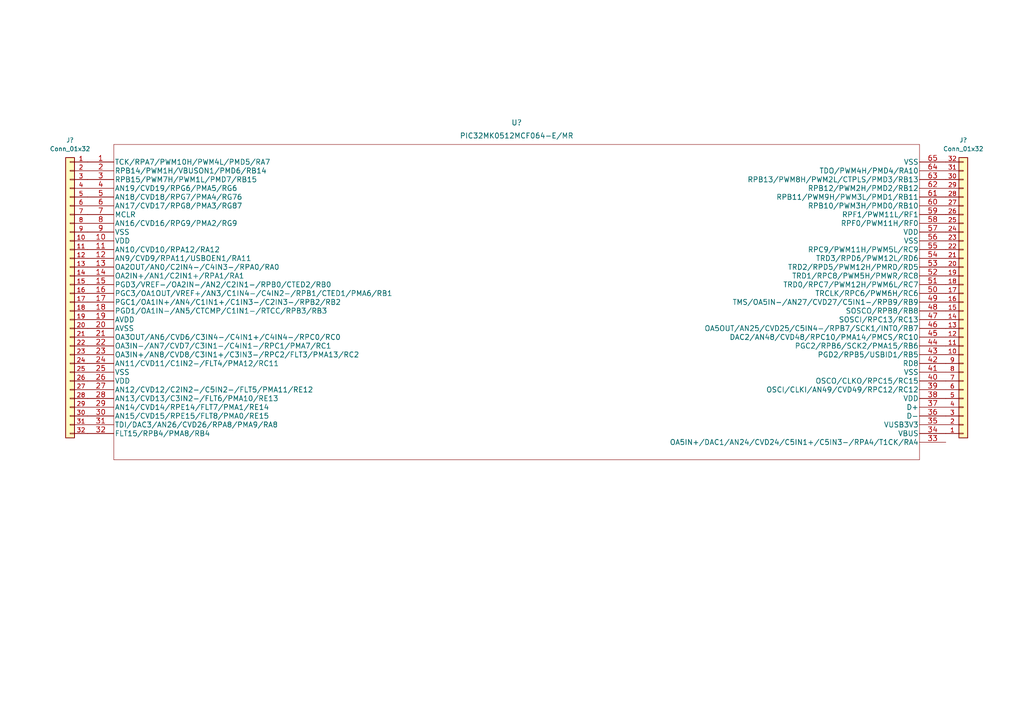
<source format=kicad_sch>
(kicad_sch (version 20211123) (generator eeschema)

  (uuid 869f2eba-20e0-41d8-8871-b55c3587d2f4)

  (paper "A4")

  (lib_symbols
    (symbol "2022-05-21_01-18-57:PIC32MK0512MCF064-E{slash}MR" (pin_names (offset 0.254)) (in_bom yes) (on_board yes)
      (property "Reference" "U" (id 0) (at 124.46 10.16 0)
        (effects (font (size 1.524 1.524)))
      )
      (property "Value" "PIC32MK0512MCF064-E{slash}MR" (id 1) (at 124.46 7.62 0)
        (effects (font (size 1.524 1.524)))
      )
      (property "Footprint" "VQFN64_MR_MCH" (id 2) (at 124.46 6.096 0)
        (effects (font (size 1.524 1.524)) hide)
      )
      (property "Datasheet" "" (id 3) (at 0 0 0)
        (effects (font (size 1.524 1.524)))
      )
      (property "ki_locked" "" (id 4) (at 0 0 0)
        (effects (font (size 1.27 1.27)))
      )
      (property "ki_fp_filters" "VQFN64_MR_MCH VQFN64_MR_MCH-M VQFN64_MR_MCH-L" (id 5) (at 0 0 0)
        (effects (font (size 1.27 1.27)) hide)
      )
      (symbol "PIC32MK0512MCF064-E{slash}MR_1_1"
        (polyline
          (pts
            (xy 7.62 -86.36)
            (xy 241.3 -86.36)
          )
          (stroke (width 0.127) (type default) (color 0 0 0 0))
          (fill (type none))
        )
        (polyline
          (pts
            (xy 7.62 5.08)
            (xy 7.62 -86.36)
          )
          (stroke (width 0.127) (type default) (color 0 0 0 0))
          (fill (type none))
        )
        (polyline
          (pts
            (xy 241.3 -86.36)
            (xy 241.3 5.08)
          )
          (stroke (width 0.127) (type default) (color 0 0 0 0))
          (fill (type none))
        )
        (polyline
          (pts
            (xy 241.3 5.08)
            (xy 7.62 5.08)
          )
          (stroke (width 0.127) (type default) (color 0 0 0 0))
          (fill (type none))
        )
        (pin bidirectional line (at 0 0 0) (length 7.62)
          (name "TCK/RPA7/PWM10H/PWM4L/PMD5/RA7" (effects (font (size 1.4986 1.4986))))
          (number "1" (effects (font (size 1.4986 1.4986))))
        )
        (pin power_in line (at 0 -22.86 0) (length 7.62)
          (name "VDD" (effects (font (size 1.4986 1.4986))))
          (number "10" (effects (font (size 1.4986 1.4986))))
        )
        (pin bidirectional line (at 0 -25.4 0) (length 7.62)
          (name "AN10/CVD10/RPA12/RA12" (effects (font (size 1.4986 1.4986))))
          (number "11" (effects (font (size 1.4986 1.4986))))
        )
        (pin bidirectional line (at 0 -27.94 0) (length 7.62)
          (name "AN9/CVD9/RPA11/USBOEN1/RA11" (effects (font (size 1.4986 1.4986))))
          (number "12" (effects (font (size 1.4986 1.4986))))
        )
        (pin bidirectional line (at 0 -30.48 0) (length 7.62)
          (name "OA2OUT/AN0/C2IN4-/C4IN3-/RPA0/RA0" (effects (font (size 1.4986 1.4986))))
          (number "13" (effects (font (size 1.4986 1.4986))))
        )
        (pin bidirectional line (at 0 -33.02 0) (length 7.62)
          (name "OA2IN+/AN1/C2IN1+/RPA1/RA1" (effects (font (size 1.4986 1.4986))))
          (number "14" (effects (font (size 1.4986 1.4986))))
        )
        (pin bidirectional line (at 0 -35.56 0) (length 7.62)
          (name "PGD3/VREF-/OA2IN-/AN2/C2IN1-/RPB0/CTED2/RB0" (effects (font (size 1.4986 1.4986))))
          (number "15" (effects (font (size 1.4986 1.4986))))
        )
        (pin bidirectional line (at 0 -38.1 0) (length 7.62)
          (name "PGC3/OA1OUT/VREF+/AN3/C1IN4-/C4IN2-/RPB1/CTED1/PMA6/RB1" (effects (font (size 1.4986 1.4986))))
          (number "16" (effects (font (size 1.4986 1.4986))))
        )
        (pin bidirectional line (at 0 -40.64 0) (length 7.62)
          (name "PGC1/OA1IN+/AN4/C1IN1+/C1IN3-/C2IN3-/RPB2/RB2" (effects (font (size 1.4986 1.4986))))
          (number "17" (effects (font (size 1.4986 1.4986))))
        )
        (pin bidirectional line (at 0 -43.18 0) (length 7.62)
          (name "PGD1/OA1IN-/AN5/CTCMP/C1IN1-/RTCC/RPB3/RB3" (effects (font (size 1.4986 1.4986))))
          (number "18" (effects (font (size 1.4986 1.4986))))
        )
        (pin power_in line (at 0 -45.72 0) (length 7.62)
          (name "AVDD" (effects (font (size 1.4986 1.4986))))
          (number "19" (effects (font (size 1.4986 1.4986))))
        )
        (pin bidirectional line (at 0 -2.54 0) (length 7.62)
          (name "RPB14/PWM1H/VBUSON1/PMD6/RB14" (effects (font (size 1.4986 1.4986))))
          (number "2" (effects (font (size 1.4986 1.4986))))
        )
        (pin power_in line (at 0 -48.26 0) (length 7.62)
          (name "AVSS" (effects (font (size 1.4986 1.4986))))
          (number "20" (effects (font (size 1.4986 1.4986))))
        )
        (pin bidirectional line (at 0 -50.8 0) (length 7.62)
          (name "OA3OUT/AN6/CVD6/C3IN4-/C4IN1+/C4IN4-/RPC0/RC0" (effects (font (size 1.4986 1.4986))))
          (number "21" (effects (font (size 1.4986 1.4986))))
        )
        (pin bidirectional line (at 0 -53.34 0) (length 7.62)
          (name "OA3IN-/AN7/CVD7/C3IN1-/C4IN1-/RPC1/PMA7/RC1" (effects (font (size 1.4986 1.4986))))
          (number "22" (effects (font (size 1.4986 1.4986))))
        )
        (pin bidirectional line (at 0 -55.88 0) (length 7.62)
          (name "OA3IN+/AN8/CVD8/C3IN1+/C3IN3-/RPC2/FLT3/PMA13/RC2" (effects (font (size 1.4986 1.4986))))
          (number "23" (effects (font (size 1.4986 1.4986))))
        )
        (pin bidirectional line (at 0 -58.42 0) (length 7.62)
          (name "AN11/CVD11/C1IN2-/FLT4/PMA12/RC11" (effects (font (size 1.4986 1.4986))))
          (number "24" (effects (font (size 1.4986 1.4986))))
        )
        (pin power_in line (at 0 -60.96 0) (length 7.62)
          (name "VSS" (effects (font (size 1.4986 1.4986))))
          (number "25" (effects (font (size 1.4986 1.4986))))
        )
        (pin power_in line (at 0 -63.5 0) (length 7.62)
          (name "VDD" (effects (font (size 1.4986 1.4986))))
          (number "26" (effects (font (size 1.4986 1.4986))))
        )
        (pin bidirectional line (at 0 -66.04 0) (length 7.62)
          (name "AN12/CVD12/C2IN2-/C5IN2-/FLT5/PMA11/RE12" (effects (font (size 1.4986 1.4986))))
          (number "27" (effects (font (size 1.4986 1.4986))))
        )
        (pin bidirectional line (at 0 -68.58 0) (length 7.62)
          (name "AN13/CVD13/C3IN2-/FLT6/PMA10/RE13" (effects (font (size 1.4986 1.4986))))
          (number "28" (effects (font (size 1.4986 1.4986))))
        )
        (pin bidirectional line (at 0 -71.12 0) (length 7.62)
          (name "AN14/CVD14/RPE14/FLT7/PMA1/RE14" (effects (font (size 1.4986 1.4986))))
          (number "29" (effects (font (size 1.4986 1.4986))))
        )
        (pin bidirectional line (at 0 -5.08 0) (length 7.62)
          (name "RPB15/PWM7H/PWM1L/PMD7/RB15" (effects (font (size 1.4986 1.4986))))
          (number "3" (effects (font (size 1.4986 1.4986))))
        )
        (pin bidirectional line (at 0 -73.66 0) (length 7.62)
          (name "AN15/CVD15/RPE15/FLT8/PMA0/RE15" (effects (font (size 1.4986 1.4986))))
          (number "30" (effects (font (size 1.4986 1.4986))))
        )
        (pin bidirectional line (at 0 -76.2 0) (length 7.62)
          (name "TDI/DAC3/AN26/CVD26/RPA8/PMA9/RA8" (effects (font (size 1.4986 1.4986))))
          (number "31" (effects (font (size 1.4986 1.4986))))
        )
        (pin bidirectional line (at 0 -78.74 0) (length 7.62)
          (name "FLT15/RPB4/PMA8/RB4" (effects (font (size 1.4986 1.4986))))
          (number "32" (effects (font (size 1.4986 1.4986))))
        )
        (pin bidirectional line (at 248.92 -81.28 180) (length 7.62)
          (name "OA5IN+/DAC1/AN24/CVD24/C5IN1+/C5IN3-/RPA4/T1CK/RA4" (effects (font (size 1.4986 1.4986))))
          (number "33" (effects (font (size 1.4986 1.4986))))
        )
        (pin power_in line (at 248.92 -78.74 180) (length 7.62)
          (name "VBUS" (effects (font (size 1.4986 1.4986))))
          (number "34" (effects (font (size 1.4986 1.4986))))
        )
        (pin power_in line (at 248.92 -76.2 180) (length 7.62)
          (name "VUSB3V3" (effects (font (size 1.4986 1.4986))))
          (number "35" (effects (font (size 1.4986 1.4986))))
        )
        (pin bidirectional line (at 248.92 -73.66 180) (length 7.62)
          (name "D-" (effects (font (size 1.4986 1.4986))))
          (number "36" (effects (font (size 1.4986 1.4986))))
        )
        (pin bidirectional line (at 248.92 -71.12 180) (length 7.62)
          (name "D+" (effects (font (size 1.4986 1.4986))))
          (number "37" (effects (font (size 1.4986 1.4986))))
        )
        (pin power_in line (at 248.92 -68.58 180) (length 7.62)
          (name "VDD" (effects (font (size 1.4986 1.4986))))
          (number "38" (effects (font (size 1.4986 1.4986))))
        )
        (pin bidirectional line (at 248.92 -66.04 180) (length 7.62)
          (name "OSCI/CLKI/AN49/CVD49/RPC12/RC12" (effects (font (size 1.4986 1.4986))))
          (number "39" (effects (font (size 1.4986 1.4986))))
        )
        (pin bidirectional line (at 0 -7.62 0) (length 7.62)
          (name "AN19/CVD19/RPG6/PMA5/RG6" (effects (font (size 1.4986 1.4986))))
          (number "4" (effects (font (size 1.4986 1.4986))))
        )
        (pin bidirectional line (at 248.92 -63.5 180) (length 7.62)
          (name "OSCO/CLKO/RPC15/RC15" (effects (font (size 1.4986 1.4986))))
          (number "40" (effects (font (size 1.4986 1.4986))))
        )
        (pin power_in line (at 248.92 -60.96 180) (length 7.62)
          (name "VSS" (effects (font (size 1.4986 1.4986))))
          (number "41" (effects (font (size 1.4986 1.4986))))
        )
        (pin bidirectional line (at 248.92 -58.42 180) (length 7.62)
          (name "RD8" (effects (font (size 1.4986 1.4986))))
          (number "42" (effects (font (size 1.4986 1.4986))))
        )
        (pin bidirectional line (at 248.92 -55.88 180) (length 7.62)
          (name "PGD2/RPB5/USBID1/RB5" (effects (font (size 1.4986 1.4986))))
          (number "43" (effects (font (size 1.4986 1.4986))))
        )
        (pin bidirectional line (at 248.92 -53.34 180) (length 7.62)
          (name "PGC2/RPB6/SCK2/PMA15/RB6" (effects (font (size 1.4986 1.4986))))
          (number "44" (effects (font (size 1.4986 1.4986))))
        )
        (pin bidirectional line (at 248.92 -50.8 180) (length 7.62)
          (name "DAC2/AN48/CVD48/RPC10/PMA14/PMCS/RC10" (effects (font (size 1.4986 1.4986))))
          (number "45" (effects (font (size 1.4986 1.4986))))
        )
        (pin bidirectional line (at 248.92 -48.26 180) (length 7.62)
          (name "OA5OUT/AN25/CVD25/C5IN4-/RPB7/SCK1/INT0/RB7" (effects (font (size 1.4986 1.4986))))
          (number "46" (effects (font (size 1.4986 1.4986))))
        )
        (pin bidirectional line (at 248.92 -45.72 180) (length 7.62)
          (name "SOSCI/RPC13/RC13" (effects (font (size 1.4986 1.4986))))
          (number "47" (effects (font (size 1.4986 1.4986))))
        )
        (pin bidirectional line (at 248.92 -43.18 180) (length 7.62)
          (name "SOSCO/RPB8/RB8" (effects (font (size 1.4986 1.4986))))
          (number "48" (effects (font (size 1.4986 1.4986))))
        )
        (pin bidirectional line (at 248.92 -40.64 180) (length 7.62)
          (name "TMS/OA5IN-/AN27/CVD27/C5IN1-/RPB9/RB9" (effects (font (size 1.4986 1.4986))))
          (number "49" (effects (font (size 1.4986 1.4986))))
        )
        (pin bidirectional line (at 0 -10.16 0) (length 7.62)
          (name "AN18/CVD18/RPG7/PMA4/RG76" (effects (font (size 1.4986 1.4986))))
          (number "5" (effects (font (size 1.4986 1.4986))))
        )
        (pin bidirectional line (at 248.92 -38.1 180) (length 7.62)
          (name "TRCLK/RPC6/PWM6H/RC6" (effects (font (size 1.4986 1.4986))))
          (number "50" (effects (font (size 1.4986 1.4986))))
        )
        (pin bidirectional line (at 248.92 -35.56 180) (length 7.62)
          (name "TRD0/RPC7/PWM12H/PWM6L/RC7" (effects (font (size 1.4986 1.4986))))
          (number "51" (effects (font (size 1.4986 1.4986))))
        )
        (pin bidirectional line (at 248.92 -33.02 180) (length 7.62)
          (name "TRD1/RPC8/PWM5H/PMWR/RC8" (effects (font (size 1.4986 1.4986))))
          (number "52" (effects (font (size 1.4986 1.4986))))
        )
        (pin bidirectional line (at 248.92 -30.48 180) (length 7.62)
          (name "TRD2/RPD5/PWM12H/PMRD/RD5" (effects (font (size 1.4986 1.4986))))
          (number "53" (effects (font (size 1.4986 1.4986))))
        )
        (pin bidirectional line (at 248.92 -27.94 180) (length 7.62)
          (name "TRD3/RPD6/PWM12L/RD6" (effects (font (size 1.4986 1.4986))))
          (number "54" (effects (font (size 1.4986 1.4986))))
        )
        (pin bidirectional line (at 248.92 -25.4 180) (length 7.62)
          (name "RPC9/PWM11H/PWM5L/RC9" (effects (font (size 1.4986 1.4986))))
          (number "55" (effects (font (size 1.4986 1.4986))))
        )
        (pin power_in line (at 248.92 -22.86 180) (length 7.62)
          (name "VSS" (effects (font (size 1.4986 1.4986))))
          (number "56" (effects (font (size 1.4986 1.4986))))
        )
        (pin power_in line (at 248.92 -20.32 180) (length 7.62)
          (name "VDD" (effects (font (size 1.4986 1.4986))))
          (number "57" (effects (font (size 1.4986 1.4986))))
        )
        (pin bidirectional line (at 248.92 -17.78 180) (length 7.62)
          (name "RPF0/PWM11H/RF0" (effects (font (size 1.4986 1.4986))))
          (number "58" (effects (font (size 1.4986 1.4986))))
        )
        (pin bidirectional line (at 248.92 -15.24 180) (length 7.62)
          (name "RPF1/PWM11L/RF1" (effects (font (size 1.4986 1.4986))))
          (number "59" (effects (font (size 1.4986 1.4986))))
        )
        (pin bidirectional line (at 0 -12.7 0) (length 7.62)
          (name "AN17/CVD17/RPG8/PMA3/RG87" (effects (font (size 1.4986 1.4986))))
          (number "6" (effects (font (size 1.4986 1.4986))))
        )
        (pin bidirectional line (at 248.92 -12.7 180) (length 7.62)
          (name "RPB10/PWM3H/PMD0/RB10" (effects (font (size 1.4986 1.4986))))
          (number "60" (effects (font (size 1.4986 1.4986))))
        )
        (pin bidirectional line (at 248.92 -10.16 180) (length 7.62)
          (name "RPB11/PWM9H/PWM3L/PMD1/RB11" (effects (font (size 1.4986 1.4986))))
          (number "61" (effects (font (size 1.4986 1.4986))))
        )
        (pin bidirectional line (at 248.92 -7.62 180) (length 7.62)
          (name "RPB12/PWM2H/PMD2/RB12" (effects (font (size 1.4986 1.4986))))
          (number "62" (effects (font (size 1.4986 1.4986))))
        )
        (pin bidirectional line (at 248.92 -5.08 180) (length 7.62)
          (name "RPB13/PWM8H/PWM2L/CTPLS/PMD3/RB13" (effects (font (size 1.4986 1.4986))))
          (number "63" (effects (font (size 1.4986 1.4986))))
        )
        (pin bidirectional line (at 248.92 -2.54 180) (length 7.62)
          (name "TDO/PWM4H/PMD4/RA10" (effects (font (size 1.4986 1.4986))))
          (number "64" (effects (font (size 1.4986 1.4986))))
        )
        (pin power_in line (at 248.92 0 180) (length 7.62)
          (name "VSS" (effects (font (size 1.4986 1.4986))))
          (number "65" (effects (font (size 1.4986 1.4986))))
        )
        (pin input line (at 0 -15.24 0) (length 7.62)
          (name "MCLR" (effects (font (size 1.4986 1.4986))))
          (number "7" (effects (font (size 1.4986 1.4986))))
        )
        (pin bidirectional line (at 0 -17.78 0) (length 7.62)
          (name "AN16/CVD16/RPG9/PMA2/RG9" (effects (font (size 1.4986 1.4986))))
          (number "8" (effects (font (size 1.4986 1.4986))))
        )
        (pin power_in line (at 0 -20.32 0) (length 7.62)
          (name "VSS" (effects (font (size 1.4986 1.4986))))
          (number "9" (effects (font (size 1.4986 1.4986))))
        )
      )
    )
    (symbol "Connector_Generic:Conn_01x32" (pin_names (offset 1.016) hide) (in_bom yes) (on_board yes)
      (property "Reference" "J" (id 0) (at 0 40.64 0)
        (effects (font (size 1.27 1.27)))
      )
      (property "Value" "Conn_01x32" (id 1) (at 0 -43.18 0)
        (effects (font (size 1.27 1.27)))
      )
      (property "Footprint" "" (id 2) (at 0 0 0)
        (effects (font (size 1.27 1.27)) hide)
      )
      (property "Datasheet" "~" (id 3) (at 0 0 0)
        (effects (font (size 1.27 1.27)) hide)
      )
      (property "ki_keywords" "connector" (id 4) (at 0 0 0)
        (effects (font (size 1.27 1.27)) hide)
      )
      (property "ki_description" "Generic connector, single row, 01x32, script generated (kicad-library-utils/schlib/autogen/connector/)" (id 5) (at 0 0 0)
        (effects (font (size 1.27 1.27)) hide)
      )
      (property "ki_fp_filters" "Connector*:*_1x??_*" (id 6) (at 0 0 0)
        (effects (font (size 1.27 1.27)) hide)
      )
      (symbol "Conn_01x32_1_1"
        (rectangle (start -1.27 -40.513) (end 0 -40.767)
          (stroke (width 0.1524) (type default) (color 0 0 0 0))
          (fill (type none))
        )
        (rectangle (start -1.27 -37.973) (end 0 -38.227)
          (stroke (width 0.1524) (type default) (color 0 0 0 0))
          (fill (type none))
        )
        (rectangle (start -1.27 -35.433) (end 0 -35.687)
          (stroke (width 0.1524) (type default) (color 0 0 0 0))
          (fill (type none))
        )
        (rectangle (start -1.27 -32.893) (end 0 -33.147)
          (stroke (width 0.1524) (type default) (color 0 0 0 0))
          (fill (type none))
        )
        (rectangle (start -1.27 -30.353) (end 0 -30.607)
          (stroke (width 0.1524) (type default) (color 0 0 0 0))
          (fill (type none))
        )
        (rectangle (start -1.27 -27.813) (end 0 -28.067)
          (stroke (width 0.1524) (type default) (color 0 0 0 0))
          (fill (type none))
        )
        (rectangle (start -1.27 -25.273) (end 0 -25.527)
          (stroke (width 0.1524) (type default) (color 0 0 0 0))
          (fill (type none))
        )
        (rectangle (start -1.27 -22.733) (end 0 -22.987)
          (stroke (width 0.1524) (type default) (color 0 0 0 0))
          (fill (type none))
        )
        (rectangle (start -1.27 -20.193) (end 0 -20.447)
          (stroke (width 0.1524) (type default) (color 0 0 0 0))
          (fill (type none))
        )
        (rectangle (start -1.27 -17.653) (end 0 -17.907)
          (stroke (width 0.1524) (type default) (color 0 0 0 0))
          (fill (type none))
        )
        (rectangle (start -1.27 -15.113) (end 0 -15.367)
          (stroke (width 0.1524) (type default) (color 0 0 0 0))
          (fill (type none))
        )
        (rectangle (start -1.27 -12.573) (end 0 -12.827)
          (stroke (width 0.1524) (type default) (color 0 0 0 0))
          (fill (type none))
        )
        (rectangle (start -1.27 -10.033) (end 0 -10.287)
          (stroke (width 0.1524) (type default) (color 0 0 0 0))
          (fill (type none))
        )
        (rectangle (start -1.27 -7.493) (end 0 -7.747)
          (stroke (width 0.1524) (type default) (color 0 0 0 0))
          (fill (type none))
        )
        (rectangle (start -1.27 -4.953) (end 0 -5.207)
          (stroke (width 0.1524) (type default) (color 0 0 0 0))
          (fill (type none))
        )
        (rectangle (start -1.27 -2.413) (end 0 -2.667)
          (stroke (width 0.1524) (type default) (color 0 0 0 0))
          (fill (type none))
        )
        (rectangle (start -1.27 0.127) (end 0 -0.127)
          (stroke (width 0.1524) (type default) (color 0 0 0 0))
          (fill (type none))
        )
        (rectangle (start -1.27 2.667) (end 0 2.413)
          (stroke (width 0.1524) (type default) (color 0 0 0 0))
          (fill (type none))
        )
        (rectangle (start -1.27 5.207) (end 0 4.953)
          (stroke (width 0.1524) (type default) (color 0 0 0 0))
          (fill (type none))
        )
        (rectangle (start -1.27 7.747) (end 0 7.493)
          (stroke (width 0.1524) (type default) (color 0 0 0 0))
          (fill (type none))
        )
        (rectangle (start -1.27 10.287) (end 0 10.033)
          (stroke (width 0.1524) (type default) (color 0 0 0 0))
          (fill (type none))
        )
        (rectangle (start -1.27 12.827) (end 0 12.573)
          (stroke (width 0.1524) (type default) (color 0 0 0 0))
          (fill (type none))
        )
        (rectangle (start -1.27 15.367) (end 0 15.113)
          (stroke (width 0.1524) (type default) (color 0 0 0 0))
          (fill (type none))
        )
        (rectangle (start -1.27 17.907) (end 0 17.653)
          (stroke (width 0.1524) (type default) (color 0 0 0 0))
          (fill (type none))
        )
        (rectangle (start -1.27 20.447) (end 0 20.193)
          (stroke (width 0.1524) (type default) (color 0 0 0 0))
          (fill (type none))
        )
        (rectangle (start -1.27 22.987) (end 0 22.733)
          (stroke (width 0.1524) (type default) (color 0 0 0 0))
          (fill (type none))
        )
        (rectangle (start -1.27 25.527) (end 0 25.273)
          (stroke (width 0.1524) (type default) (color 0 0 0 0))
          (fill (type none))
        )
        (rectangle (start -1.27 28.067) (end 0 27.813)
          (stroke (width 0.1524) (type default) (color 0 0 0 0))
          (fill (type none))
        )
        (rectangle (start -1.27 30.607) (end 0 30.353)
          (stroke (width 0.1524) (type default) (color 0 0 0 0))
          (fill (type none))
        )
        (rectangle (start -1.27 33.147) (end 0 32.893)
          (stroke (width 0.1524) (type default) (color 0 0 0 0))
          (fill (type none))
        )
        (rectangle (start -1.27 35.687) (end 0 35.433)
          (stroke (width 0.1524) (type default) (color 0 0 0 0))
          (fill (type none))
        )
        (rectangle (start -1.27 38.227) (end 0 37.973)
          (stroke (width 0.1524) (type default) (color 0 0 0 0))
          (fill (type none))
        )
        (rectangle (start -1.27 39.37) (end 1.27 -41.91)
          (stroke (width 0.254) (type default) (color 0 0 0 0))
          (fill (type background))
        )
        (pin passive line (at -5.08 38.1 0) (length 3.81)
          (name "Pin_1" (effects (font (size 1.27 1.27))))
          (number "1" (effects (font (size 1.27 1.27))))
        )
        (pin passive line (at -5.08 15.24 0) (length 3.81)
          (name "Pin_10" (effects (font (size 1.27 1.27))))
          (number "10" (effects (font (size 1.27 1.27))))
        )
        (pin passive line (at -5.08 12.7 0) (length 3.81)
          (name "Pin_11" (effects (font (size 1.27 1.27))))
          (number "11" (effects (font (size 1.27 1.27))))
        )
        (pin passive line (at -5.08 10.16 0) (length 3.81)
          (name "Pin_12" (effects (font (size 1.27 1.27))))
          (number "12" (effects (font (size 1.27 1.27))))
        )
        (pin passive line (at -5.08 7.62 0) (length 3.81)
          (name "Pin_13" (effects (font (size 1.27 1.27))))
          (number "13" (effects (font (size 1.27 1.27))))
        )
        (pin passive line (at -5.08 5.08 0) (length 3.81)
          (name "Pin_14" (effects (font (size 1.27 1.27))))
          (number "14" (effects (font (size 1.27 1.27))))
        )
        (pin passive line (at -5.08 2.54 0) (length 3.81)
          (name "Pin_15" (effects (font (size 1.27 1.27))))
          (number "15" (effects (font (size 1.27 1.27))))
        )
        (pin passive line (at -5.08 0 0) (length 3.81)
          (name "Pin_16" (effects (font (size 1.27 1.27))))
          (number "16" (effects (font (size 1.27 1.27))))
        )
        (pin passive line (at -5.08 -2.54 0) (length 3.81)
          (name "Pin_17" (effects (font (size 1.27 1.27))))
          (number "17" (effects (font (size 1.27 1.27))))
        )
        (pin passive line (at -5.08 -5.08 0) (length 3.81)
          (name "Pin_18" (effects (font (size 1.27 1.27))))
          (number "18" (effects (font (size 1.27 1.27))))
        )
        (pin passive line (at -5.08 -7.62 0) (length 3.81)
          (name "Pin_19" (effects (font (size 1.27 1.27))))
          (number "19" (effects (font (size 1.27 1.27))))
        )
        (pin passive line (at -5.08 35.56 0) (length 3.81)
          (name "Pin_2" (effects (font (size 1.27 1.27))))
          (number "2" (effects (font (size 1.27 1.27))))
        )
        (pin passive line (at -5.08 -10.16 0) (length 3.81)
          (name "Pin_20" (effects (font (size 1.27 1.27))))
          (number "20" (effects (font (size 1.27 1.27))))
        )
        (pin passive line (at -5.08 -12.7 0) (length 3.81)
          (name "Pin_21" (effects (font (size 1.27 1.27))))
          (number "21" (effects (font (size 1.27 1.27))))
        )
        (pin passive line (at -5.08 -15.24 0) (length 3.81)
          (name "Pin_22" (effects (font (size 1.27 1.27))))
          (number "22" (effects (font (size 1.27 1.27))))
        )
        (pin passive line (at -5.08 -17.78 0) (length 3.81)
          (name "Pin_23" (effects (font (size 1.27 1.27))))
          (number "23" (effects (font (size 1.27 1.27))))
        )
        (pin passive line (at -5.08 -20.32 0) (length 3.81)
          (name "Pin_24" (effects (font (size 1.27 1.27))))
          (number "24" (effects (font (size 1.27 1.27))))
        )
        (pin passive line (at -5.08 -22.86 0) (length 3.81)
          (name "Pin_25" (effects (font (size 1.27 1.27))))
          (number "25" (effects (font (size 1.27 1.27))))
        )
        (pin passive line (at -5.08 -25.4 0) (length 3.81)
          (name "Pin_26" (effects (font (size 1.27 1.27))))
          (number "26" (effects (font (size 1.27 1.27))))
        )
        (pin passive line (at -5.08 -27.94 0) (length 3.81)
          (name "Pin_27" (effects (font (size 1.27 1.27))))
          (number "27" (effects (font (size 1.27 1.27))))
        )
        (pin passive line (at -5.08 -30.48 0) (length 3.81)
          (name "Pin_28" (effects (font (size 1.27 1.27))))
          (number "28" (effects (font (size 1.27 1.27))))
        )
        (pin passive line (at -5.08 -33.02 0) (length 3.81)
          (name "Pin_29" (effects (font (size 1.27 1.27))))
          (number "29" (effects (font (size 1.27 1.27))))
        )
        (pin passive line (at -5.08 33.02 0) (length 3.81)
          (name "Pin_3" (effects (font (size 1.27 1.27))))
          (number "3" (effects (font (size 1.27 1.27))))
        )
        (pin passive line (at -5.08 -35.56 0) (length 3.81)
          (name "Pin_30" (effects (font (size 1.27 1.27))))
          (number "30" (effects (font (size 1.27 1.27))))
        )
        (pin passive line (at -5.08 -38.1 0) (length 3.81)
          (name "Pin_31" (effects (font (size 1.27 1.27))))
          (number "31" (effects (font (size 1.27 1.27))))
        )
        (pin passive line (at -5.08 -40.64 0) (length 3.81)
          (name "Pin_32" (effects (font (size 1.27 1.27))))
          (number "32" (effects (font (size 1.27 1.27))))
        )
        (pin passive line (at -5.08 30.48 0) (length 3.81)
          (name "Pin_4" (effects (font (size 1.27 1.27))))
          (number "4" (effects (font (size 1.27 1.27))))
        )
        (pin passive line (at -5.08 27.94 0) (length 3.81)
          (name "Pin_5" (effects (font (size 1.27 1.27))))
          (number "5" (effects (font (size 1.27 1.27))))
        )
        (pin passive line (at -5.08 25.4 0) (length 3.81)
          (name "Pin_6" (effects (font (size 1.27 1.27))))
          (number "6" (effects (font (size 1.27 1.27))))
        )
        (pin passive line (at -5.08 22.86 0) (length 3.81)
          (name "Pin_7" (effects (font (size 1.27 1.27))))
          (number "7" (effects (font (size 1.27 1.27))))
        )
        (pin passive line (at -5.08 20.32 0) (length 3.81)
          (name "Pin_8" (effects (font (size 1.27 1.27))))
          (number "8" (effects (font (size 1.27 1.27))))
        )
        (pin passive line (at -5.08 17.78 0) (length 3.81)
          (name "Pin_9" (effects (font (size 1.27 1.27))))
          (number "9" (effects (font (size 1.27 1.27))))
        )
      )
    )
  )


  (symbol (lib_id "2022-05-21_01-18-57:PIC32MK0512MCF064-E{slash}MR") (at 25.4 46.99 0) (unit 1)
    (in_bom yes) (on_board yes)
    (uuid 33fa18dd-b1a0-4803-9ae6-b64178dbbc5a)
    (property "Reference" "U?" (id 0) (at 149.86 35.56 0)
      (effects (font (size 1.524 1.524)))
    )
    (property "Value" "PIC32MK0512MCF064-E/MR" (id 1) (at 149.86 39.37 0)
      (effects (font (size 1.524 1.524)))
    )
    (property "Footprint" "VQFN64_MR_MCH" (id 2) (at 149.86 40.894 0)
      (effects (font (size 1.524 1.524)) hide)
    )
    (property "Datasheet" "" (id 3) (at 25.4 46.99 0)
      (effects (font (size 1.524 1.524)))
    )
    (pin "1" (uuid 3ae734d7-df9f-4968-b3d9-655d460b5d84))
    (pin "10" (uuid d26bf411-4a6c-4fa2-821d-eebb0829a341))
    (pin "11" (uuid 6beb5466-26c9-4628-a355-4554c7bf687a))
    (pin "12" (uuid 1b974665-a1a2-4484-89a5-5c68c33346b9))
    (pin "13" (uuid 04439dd3-4785-48c5-bfc0-c05848a58a10))
    (pin "14" (uuid 7b3649f0-fcb3-4e34-a393-a17248af163a))
    (pin "15" (uuid 1d3e79ed-4560-499e-8bd7-05a3bd86c94e))
    (pin "16" (uuid 354c3c07-9025-4041-ae69-ce88c8bdb62d))
    (pin "17" (uuid 4601ca64-3a32-43df-a8d1-db17ec74b210))
    (pin "18" (uuid cfc1227a-4d26-4562-ac97-dc279ffc1e8a))
    (pin "19" (uuid 6a509ae6-dbe9-4d90-89d8-e9ecd2a1f740))
    (pin "2" (uuid a5756b86-164a-470d-8a51-b18a98d1d4f0))
    (pin "20" (uuid d3c59155-d65e-4f6a-b39f-9d81e309edc8))
    (pin "21" (uuid 6b16f03b-5fae-4195-9948-691494613b0b))
    (pin "22" (uuid d44e4bd0-cb26-4559-848d-75eec8989e52))
    (pin "23" (uuid 538623b0-b435-461b-8677-7c7f031b4dd7))
    (pin "24" (uuid 375d007d-8708-4a60-bda8-2001ce2ed1b3))
    (pin "25" (uuid 0a98549e-a0e2-4d4c-b3a4-f712f88d81dc))
    (pin "26" (uuid 8d7e681e-a3da-40cd-83ce-606aa9b4e216))
    (pin "27" (uuid bc30accb-a21c-41bd-b951-248ca6f6b84f))
    (pin "28" (uuid c4f5273f-db8a-469c-8eb7-6b7d41738cb8))
    (pin "29" (uuid 17a41b77-2be8-4d54-8536-695768086d92))
    (pin "3" (uuid 0834add4-e54f-46ff-9286-363668c31b30))
    (pin "30" (uuid 468b48ef-a30c-425b-a049-d57167715e88))
    (pin "31" (uuid 60d4162f-f108-44c7-8d70-8819977c46e4))
    (pin "32" (uuid 9557172d-e43a-4ae1-a968-23ff62cf7163))
    (pin "33" (uuid 616f9781-6495-41b0-8622-2e18c48f568c))
    (pin "34" (uuid 41782f6f-82d3-4689-8ec9-ec05225b2db2))
    (pin "35" (uuid 0d40e78f-1984-443b-a7bc-ea41f6047168))
    (pin "36" (uuid 4f310056-d242-4222-8c62-238b96f03ac6))
    (pin "37" (uuid d905823f-28c6-43c4-91ca-cd614c64de78))
    (pin "38" (uuid ea909dbc-2b3b-4255-9717-1642c7978d14))
    (pin "39" (uuid 1a59e4b9-6356-4789-8807-296d6ed812f2))
    (pin "4" (uuid 848204c1-98d6-452c-9f52-2b78e253608c))
    (pin "40" (uuid ded244c3-1f2f-45ab-98d6-ea817c8c99ae))
    (pin "41" (uuid ce6ce95d-6556-4433-9123-2ea202fe57c2))
    (pin "42" (uuid f5cd3933-0d67-426a-bca9-77fe3d845815))
    (pin "43" (uuid 0586c5f0-ced1-475b-905e-2a64a1ed1b6a))
    (pin "44" (uuid 822d4d89-26b6-40b4-b778-561d6324a55b))
    (pin "45" (uuid 7460f354-cd78-4c97-860f-23ce1a754175))
    (pin "46" (uuid f0fe1d9d-d129-4d48-a078-1dc2d41a2238))
    (pin "47" (uuid 42400a26-0cac-4d5a-a69c-9bb7d8d3ab5e))
    (pin "48" (uuid 0786c8fe-ff6e-4bfb-8545-f77d1e81aa59))
    (pin "49" (uuid 6bc5d2f8-fa7c-4e6c-a5d9-20c8a7f15b98))
    (pin "5" (uuid 875a79e9-a91a-4211-971c-31a1f89222c2))
    (pin "50" (uuid f9fc3b29-a017-4c3d-8662-0371d80c6183))
    (pin "51" (uuid aede68c3-be1a-4e10-b538-b9ebd7293b08))
    (pin "52" (uuid cb4d61dd-7720-43f1-a2c3-d5f2ada59f8c))
    (pin "53" (uuid de10d00f-6378-4e3f-ac30-df17a35171f7))
    (pin "54" (uuid d237c401-998c-4b49-bc24-ec0a6913667e))
    (pin "55" (uuid 26825d2a-d3d6-4dfb-808e-c38435b9b977))
    (pin "56" (uuid 0997f171-1572-4354-bf4e-c3e649be075f))
    (pin "57" (uuid 93a56fcc-ce32-4ad6-b741-39176c6998cc))
    (pin "58" (uuid 00db6dcb-bc04-4dbf-a66f-6845ea343d81))
    (pin "59" (uuid 2f7b22af-faa8-48f1-8b04-f3299942a2e0))
    (pin "6" (uuid 16925749-bd23-4bb8-9c32-b68c081811e2))
    (pin "60" (uuid 78848202-8001-4fd5-a3e8-3d353ca084b8))
    (pin "61" (uuid 5d4b5894-f954-4d57-b551-2d781957cefa))
    (pin "62" (uuid 589f90a4-51ab-48aa-b149-3bb7fdd4888b))
    (pin "63" (uuid c455122c-ee19-4b91-b581-522f42bc75d9))
    (pin "64" (uuid c18fc841-aa0f-4cd3-91a5-5365b4b10e80))
    (pin "65" (uuid 95ea3024-eebe-4aec-b5c0-d101acb4d34d))
    (pin "7" (uuid 029292a4-74d6-4f32-9b7a-cab6b5792852))
    (pin "8" (uuid 9d88d456-88b0-4c75-84ce-63b32aee0c96))
    (pin "9" (uuid d10fd7e9-ef09-4790-a372-3ac38e8e4288))
  )

  (symbol (lib_id "Connector_Generic:Conn_01x32") (at 20.32 85.09 0) (mirror y) (unit 1)
    (in_bom yes) (on_board yes) (fields_autoplaced)
    (uuid ae8387bb-7e72-439c-a051-851d427e6b64)
    (property "Reference" "J?" (id 0) (at 20.32 40.64 0))
    (property "Value" "Conn_01x32" (id 1) (at 20.32 43.18 0))
    (property "Footprint" "" (id 2) (at 20.32 85.09 0)
      (effects (font (size 1.27 1.27)) hide)
    )
    (property "Datasheet" "~" (id 3) (at 20.32 85.09 0)
      (effects (font (size 1.27 1.27)) hide)
    )
    (pin "1" (uuid 8876ab53-9db5-48c9-96c4-cd0ebf8d2af0))
    (pin "10" (uuid 04833792-cdd4-4100-82a3-ac0f641493c7))
    (pin "11" (uuid 7bb44258-f2d1-42d6-822d-81450029e844))
    (pin "12" (uuid d430fed8-d103-4e98-8b83-d09f437520ab))
    (pin "13" (uuid 13a4e70d-3757-4a1f-b9f2-4124f0c8a236))
    (pin "14" (uuid 99076944-4e0d-417a-9259-5e28640a5dc1))
    (pin "15" (uuid f3bfa258-e1c0-40b4-9746-a3263da3036b))
    (pin "16" (uuid 2e737140-baa4-4d7c-be0f-70e2f7bab12a))
    (pin "17" (uuid 68f8edb2-20a8-4f00-b2fe-7084ade5fb9b))
    (pin "18" (uuid f74f9a69-e697-4c22-be7a-97babf7a6f55))
    (pin "19" (uuid c32d6848-92b6-4b4d-9a9c-8a87d8659dff))
    (pin "2" (uuid bda13686-5510-48b4-a47f-5a2889f4e0fd))
    (pin "20" (uuid a7f567af-80b6-4192-809f-8912cb46eefa))
    (pin "21" (uuid cbd38080-76f7-48f4-930a-e435873f0f85))
    (pin "22" (uuid 5f44d243-0f91-425c-858d-4c04dc105d2b))
    (pin "23" (uuid 91d2fa01-9bfe-4a58-ac1a-ad7e8e1f6be4))
    (pin "24" (uuid 2b763fe4-62d8-4f02-bb9e-b3a9cf173862))
    (pin "25" (uuid a6bfa347-8428-46e5-b991-ba9477813650))
    (pin "26" (uuid 35c1a403-9bec-4c16-b0bb-8a56d8a707a3))
    (pin "27" (uuid 5590154b-7e32-4439-9a68-27044cc4b188))
    (pin "28" (uuid 6a7070c8-b932-400c-9d56-aa04acd6d780))
    (pin "29" (uuid 0841cbe7-1652-410d-89e1-af0e910c4c2e))
    (pin "3" (uuid a1416fef-eccc-4f4a-b562-ab2c8177911d))
    (pin "30" (uuid 1fc40a8b-73ae-4773-9ba7-40c34c6c23d9))
    (pin "31" (uuid cae688cb-8bbf-4d19-82f4-6be1cdd25c07))
    (pin "32" (uuid 1c3b310a-746f-4f21-aa53-f56e96020a4b))
    (pin "4" (uuid aa813d09-8476-457d-9a6e-f41c3798ffc3))
    (pin "5" (uuid 69de649e-031b-4c56-a433-4990b03a94f6))
    (pin "6" (uuid b676200a-1c86-4791-a467-ac59813597d5))
    (pin "7" (uuid 8fd64928-47f1-4ef4-9831-b9a6a229c69b))
    (pin "8" (uuid 7643df43-6e1a-4b76-8e61-a0d6f37545a2))
    (pin "9" (uuid 0e6c165d-74f3-4310-9d5b-3c816be3c8ec))
  )

  (symbol (lib_id "Connector_Generic:Conn_01x32") (at 279.4 87.63 0) (mirror x) (unit 1)
    (in_bom yes) (on_board yes) (fields_autoplaced)
    (uuid cafc4258-71f6-41ec-819a-082584cd5c74)
    (property "Reference" "J?" (id 0) (at 279.4 40.64 0))
    (property "Value" "Conn_01x32" (id 1) (at 279.4 43.18 0))
    (property "Footprint" "" (id 2) (at 279.4 87.63 0)
      (effects (font (size 1.27 1.27)) hide)
    )
    (property "Datasheet" "~" (id 3) (at 279.4 87.63 0)
      (effects (font (size 1.27 1.27)) hide)
    )
    (pin "1" (uuid 53fbe307-64ce-4e6c-b070-96e8253b0b01))
    (pin "10" (uuid eb12b69c-644d-41ec-a965-4b59f2ea2f3d))
    (pin "11" (uuid f097c414-0b97-4863-866d-55389c0ccbd3))
    (pin "12" (uuid 43986b69-154e-4af1-8f85-3b5ccb64888e))
    (pin "13" (uuid 0e416fcb-ba76-4b26-82fd-a2ec05d4425f))
    (pin "14" (uuid 67be449b-46fc-4f58-8c10-2ff72d6936a0))
    (pin "15" (uuid 1d987dd1-84eb-4790-bf3e-8cdc805a7801))
    (pin "16" (uuid 6deff1a9-f74d-493c-84da-cbcfbf9d2f2f))
    (pin "17" (uuid 6e2c7a0c-befc-4e8f-a95f-947dc4660614))
    (pin "18" (uuid d5adf471-162c-4b61-a1bc-4939bef100b9))
    (pin "19" (uuid 9c11c08b-2114-41ec-8848-1a3de2bf1fae))
    (pin "2" (uuid 61b084f7-1e7a-49a8-bb21-e8ce406564d1))
    (pin "20" (uuid bb95e27a-4063-4573-84ed-8f9272594d9e))
    (pin "21" (uuid 61cc8024-3285-465d-bc95-1de8d0a8117b))
    (pin "22" (uuid 1231f0b4-7c9e-409b-ba05-fb3b971d6844))
    (pin "23" (uuid 1fe13501-4ec8-420f-a67f-fc8fc173190b))
    (pin "24" (uuid b0687b05-178f-4233-ad55-c5880b140234))
    (pin "25" (uuid 3e66e682-4bff-416b-ab56-fd06827b0ab6))
    (pin "26" (uuid b9f0f507-1bff-416a-9745-8f4892325456))
    (pin "27" (uuid 5aa9699c-a03b-4c0f-8324-f31a5419ff8b))
    (pin "28" (uuid a0916435-8c9f-4472-87e1-2201652932e6))
    (pin "29" (uuid 9d8d146f-087d-40ca-83e0-3194ee1fb717))
    (pin "3" (uuid c4d6144a-dcd2-4427-b4f3-f978e8c86a1b))
    (pin "30" (uuid 4fbfdd50-344c-4d7c-a331-4c931abe071b))
    (pin "31" (uuid 802e6d38-ab84-465a-8147-8dfce4f48d9c))
    (pin "32" (uuid 330b882b-db9a-4cff-95c5-f0429314ebcf))
    (pin "4" (uuid 5ca4f158-c3be-4495-97e3-da483666d38e))
    (pin "5" (uuid bd9f3649-1695-47f2-9818-93dc88d6918f))
    (pin "6" (uuid fdb43806-c554-413d-9932-9e63fb6fd6b2))
    (pin "7" (uuid 24481752-7168-4800-a3fa-5da261d95992))
    (pin "8" (uuid 96f399b8-9630-46c6-b3ee-2f88179c1c1c))
    (pin "9" (uuid a753a8d9-36e9-4943-a1c6-700b3897cbf3))
  )
)

</source>
